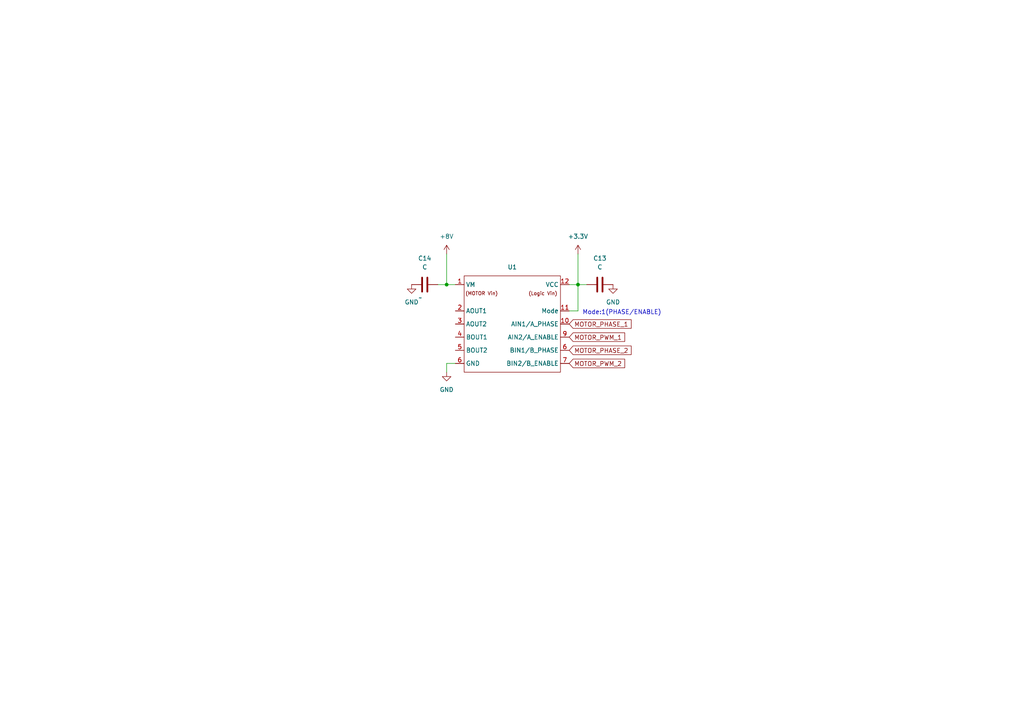
<source format=kicad_sch>
(kicad_sch (version 20230121) (generator eeschema)
  (paper "A4")
  (lib_symbols
    (symbol "DRV8835:DRV8835"
      (property "Reference" "U" (at 0 0 0))
      (symbol "DRV8835_1_1"
        (rectangle (start 12.7 6.35) (end 40.64 -21.59))
        (text "(Logic Vin)" (at 35.56 1.27 0) (effects (font (size 1 1))))
        (text "(MOTOR Vin)" (at 17.78 1.27 0) (effects (font (size 1 1))))
        (pin power_in line (at 10.16 3.81 0) (length 2.54) (name "VM") (number "1"))
        (pin input line (at 43.18 -7.62 180) (length 2.54) (name "AIN1/A_PHASE") (number "10"))
        (pin input line (at 43.18 -3.81 180) (length 2.54) (name "Mode") (number "11"))
        (pin power_in line (at 43.18 3.81 180) (length 2.54) (name "VCC") (number "12"))
        (pin output line (at 10.16 -3.81 0) (length 2.54) (name "AOUT1") (number "2"))
        (pin output line (at 10.16 -7.62 0) (length 2.54) (name "AOUT2") (number "3"))
        (pin output line (at 10.16 -11.43 0) (length 2.54) (name "BOUT1") (number "4"))
        (pin output line (at 10.16 -15.24 0) (length 2.54) (name "BOUT2") (number "5"))
        (pin input line (at 43.18 -15.24 180) (length 2.54) (name "BIN1/B_PHASE") (number "6"))
        (pin power_in line (at 10.16 -19.05 0) (length 2.54) (name "GND") (number "6"))
        (pin input line (at 43.18 -19.05 180) (length 2.54) (name "BIN2/B_ENABLE") (number "7"))
        (pin input line (at 43.18 -11.43 180) (length 2.54) (name "AIN2/A_ENABLE") (number "9"))
      )
    )
    (symbol "Device:C" (pin_numbers hide) (pin_names (offset 0.254))
      (property "Reference" "C" (at 0.635 2.54 0))
      (property "Value" "C" (at 0.635 -2.54 0))
      (symbol "C_0_1"
        (polyline (pts (xy -2.032 -0.762) (xy 2.032 -0.762)) (stroke (width 0.508)))
        (polyline (pts (xy -2.032 0.762) (xy 2.032 0.762)) (stroke (width 0.508)))
      )
      (symbol "C_1_1"
        (pin passive line (at 0 3.81 270) (length 2.794) (name "~") (number "1"))
        (pin passive line (at 0 -3.81 90) (length 2.794) (name "~") (number "2"))
      )
    )
    (symbol "power:+3.3V" (power) (pin_names (offset 0))
      (property "Value" "+3.3V" (at 0 3.556 0))
      (symbol "+3.3V_0_1"
        (polyline (pts (xy -0.762 1.27) (xy 0 2.54)))
        (polyline (pts (xy 0 0) (xy 0 2.54)))
        (polyline (pts (xy 0 2.54) (xy 0.762 1.27)))
      )
      (symbol "+3.3V_1_1"
        (pin power_in line (at 0 0 90) (length 0) hide (name "+3.3V") (number "1"))
      )
    )
    (symbol "power:+8V" (power) (pin_names (offset 0))
      (property "Value" "+8V" (at 0 3.556 0))
      (symbol "+8V_0_1"
        (polyline (pts (xy -0.762 1.27) (xy 0 2.54)))
        (polyline (pts (xy 0 0) (xy 0 2.54)))
        (polyline (pts (xy 0 2.54) (xy 0.762 1.27)))
      )
      (symbol "+8V_1_1"
        (pin power_in line (at 0 0 90) (length 0) hide (name "+8V") (number "1"))
      )
    )
    (symbol "power:GND" (power) (pin_names (offset 0))
      (property "Value" "GND" (at 0 -3.81 0))
      (symbol "GND_0_1"
        (polyline (pts (xy 0 0) (xy 0 -1.27) (xy 1.27 -1.27) (xy 0 -2.54) (xy -1.27 -1.27) (xy 0 -1.27)))
      )
      (symbol "GND_1_1"
        (pin power_in line (at 0 0 270) (length 0) hide (name "GND") (number "1"))
      )
    )
  )
  (junction (at 129.54 82.55))
  (junction (at 167.64 82.55))
  (wire (pts (xy 167.64 73.66) (xy 167.64 82.55)))
  (wire (pts (xy 129.54 107.95) (xy 129.54 105.41)))
  (wire (pts (xy 167.64 82.55) (xy 167.64 90.17)))
  (wire (pts (xy 129.54 82.55) (xy 132.08 82.55)))
  (wire (pts (xy 129.54 73.66) (xy 129.54 82.55)))
  (wire (pts (xy 129.54 105.41) (xy 132.08 105.41)))
  (wire (pts (xy 127 82.55) (xy 129.54 82.55)))
  (wire (pts (xy 167.64 90.17) (xy 165.1 90.17)))
  (wire (pts (xy 170.18 82.55) (xy 167.64 82.55)))
  (wire (pts (xy 167.64 82.55) (xy 165.1 82.55)))
  (text "Mode:1(PHASE/ENABLE)" (at 168.91 91.44 0) (effects (font (size 1.27 1.27)) (justify left bottom)))
  (global_label "MOTOR_PHASE_1" (shape input) (at 165.1 93.98 0) (property "Intersheetrefs" "${INTERSHEET_REFS}" (effects hide)))
  (global_label "MOTOR_PHASE_2" (shape input) (at 165.1 101.6 0) (property "Intersheetrefs" "${INTERSHEET_REFS}" (effects hide)))
  (global_label "MOTOR_PWM_1" (shape input) (at 165.1 97.79 0) (property "Intersheetrefs" "${INTERSHEET_REFS}" (effects hide)))
  (global_label "MOTOR_PWM_2" (shape input) (at 165.1 105.41 0) (property "Intersheetrefs" "${INTERSHEET_REFS}" (effects hide)))
  (symbol (lib_id "Device:C") (at 123.19 82.55 270) (unit 1)
    (property "Reference" "C14" (at 123.19 74.93 90))
    (property "Value" "C" (at 123.19 77.47 90))
  )
  (symbol (lib_id "Device:C") (at 173.99 82.55 270) (unit 1)
    (property "Reference" "C13" (at 173.99 74.93 90))
    (property "Value" "C" (at 173.99 77.47 90))
  )
  (symbol (lib_id "DRV8835:DRV8835") (at 121.92 86.36 0) (unit 1)
    (property "Reference" "U1" (at 148.59 77.47 0))
    (property "Value" "~" (at 121.92 86.36 0))
  )
  (symbol (lib_id "power:GND") (at 177.8 82.55 0) (unit 1)
    (property "Reference" "#PWR035" (effects hide))
    (property "Value" "GND" (at 177.8 87.63 0))
  )
  (symbol (lib_id "power:+8V") (at 129.54 73.66 0) (unit 1)
    (property "Reference" "#PWR036" (effects hide))
    (property "Value" "+8V" (at 129.54 68.58 0))
  )
  (symbol (lib_id "power:GND") (at 119.38 82.55 0) (unit 1)
    (property "Reference" "#PWR037" (effects hide))
    (property "Value" "GND" (at 119.38 87.63 0))
  )
  (symbol (lib_id "power:GND") (at 129.54 107.95 0) (unit 1)
    (property "Reference" "#PWR033" (effects hide))
    (property "Value" "GND" (at 129.54 113.03 0))
  )
  (symbol (lib_id "power:+3.3V") (at 167.64 73.66 0) (unit 1)
    (property "Reference" "#PWR034" (effects hide))
    (property "Value" "+3.3V" (at 167.64 68.58 0))
  )
)
</source>
